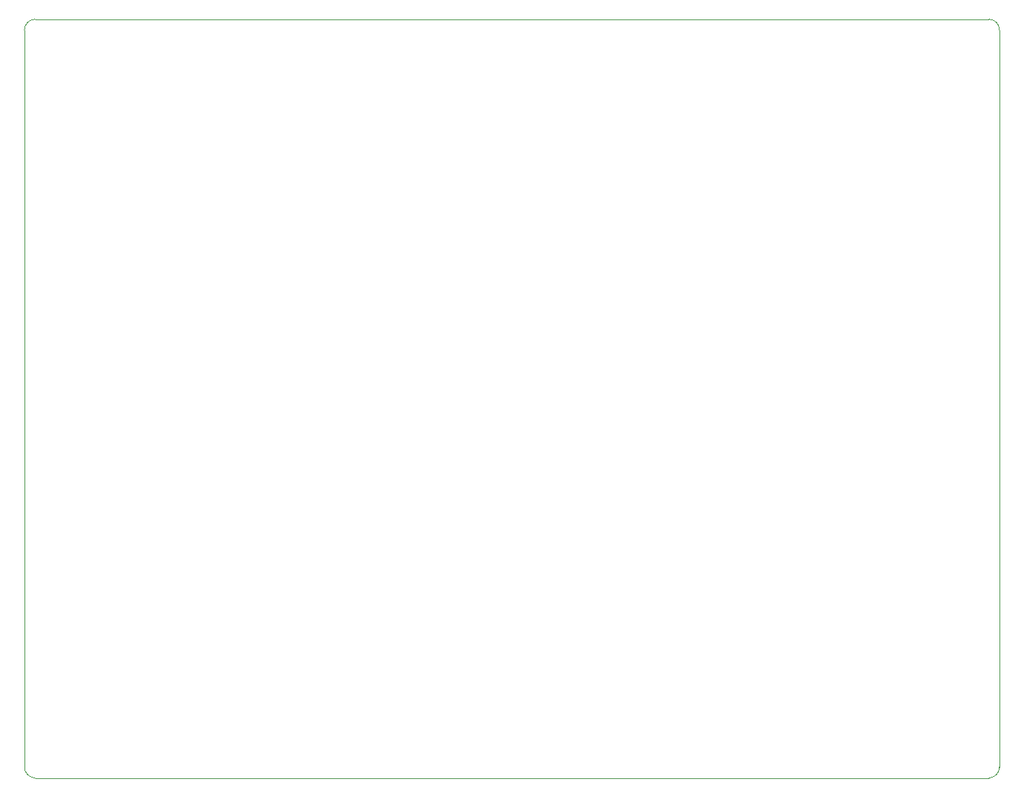
<source format=gbr>
G04*
G04 #@! TF.GenerationSoftware,Altium Limited,Altium Designer,24.9.1 (31)*
G04*
G04 Layer_Color=0*
%FSLAX44Y44*%
%MOMM*%
G71*
G04*
G04 #@! TF.SameCoordinates,0288D2A1-9ADD-411E-8E8B-FA1067C2B916*
G04*
G04*
G04 #@! TF.FilePolarity,Positive*
G04*
G01*
G75*
%ADD150C,0.0254*%
D150*
X411480Y403860D02*
G03*
X424180Y391160I12700J0D01*
G01*
X1544320D01*
D02*
G03*
X1557020Y403860I0J12700D01*
G01*
Y1270000D01*
D02*
G03*
X1544320Y1282700I-12700J0D01*
G01*
X424180D01*
D02*
G03*
X411480Y1270000I0J-12700D01*
G01*
Y403860D01*
M02*

</source>
